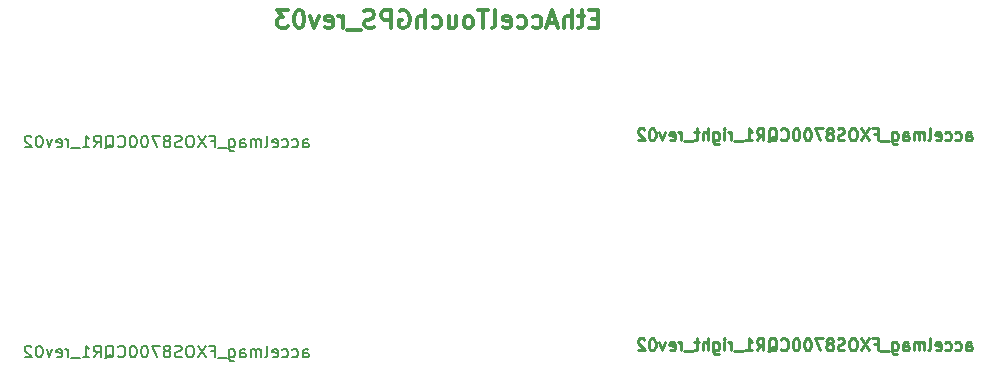
<source format=gbo>
G04 #@! TF.FileFunction,Legend,Bot*
%FSLAX46Y46*%
G04 Gerber Fmt 4.6, Leading zero omitted, Abs format (unit mm)*
G04 Created by KiCad (PCBNEW (2015-08-20 BZR 6109)-product) date Sat 26 Dec 2015 10:38:53 PM PST*
%MOMM*%
G01*
G04 APERTURE LIST*
%ADD10C,0.150000*%
%ADD11C,0.300000*%
%ADD12C,0.250000*%
G04 APERTURE END LIST*
D10*
D11*
X79160712Y-74217857D02*
X78660712Y-74217857D01*
X78446426Y-75003571D02*
X79160712Y-75003571D01*
X79160712Y-73503571D01*
X78446426Y-73503571D01*
X78017855Y-74003571D02*
X77446426Y-74003571D01*
X77803569Y-73503571D02*
X77803569Y-74789286D01*
X77732141Y-74932143D01*
X77589283Y-75003571D01*
X77446426Y-75003571D01*
X76946426Y-75003571D02*
X76946426Y-73503571D01*
X76303569Y-75003571D02*
X76303569Y-74217857D01*
X76374998Y-74075000D01*
X76517855Y-74003571D01*
X76732140Y-74003571D01*
X76874998Y-74075000D01*
X76946426Y-74146429D01*
X75660712Y-74575000D02*
X74946426Y-74575000D01*
X75803569Y-75003571D02*
X75303569Y-73503571D01*
X74803569Y-75003571D01*
X73660712Y-74932143D02*
X73803569Y-75003571D01*
X74089283Y-75003571D01*
X74232141Y-74932143D01*
X74303569Y-74860714D01*
X74374998Y-74717857D01*
X74374998Y-74289286D01*
X74303569Y-74146429D01*
X74232141Y-74075000D01*
X74089283Y-74003571D01*
X73803569Y-74003571D01*
X73660712Y-74075000D01*
X72374998Y-74932143D02*
X72517855Y-75003571D01*
X72803569Y-75003571D01*
X72946427Y-74932143D01*
X73017855Y-74860714D01*
X73089284Y-74717857D01*
X73089284Y-74289286D01*
X73017855Y-74146429D01*
X72946427Y-74075000D01*
X72803569Y-74003571D01*
X72517855Y-74003571D01*
X72374998Y-74075000D01*
X71160713Y-74932143D02*
X71303570Y-75003571D01*
X71589284Y-75003571D01*
X71732141Y-74932143D01*
X71803570Y-74789286D01*
X71803570Y-74217857D01*
X71732141Y-74075000D01*
X71589284Y-74003571D01*
X71303570Y-74003571D01*
X71160713Y-74075000D01*
X71089284Y-74217857D01*
X71089284Y-74360714D01*
X71803570Y-74503571D01*
X70232141Y-75003571D02*
X70374999Y-74932143D01*
X70446427Y-74789286D01*
X70446427Y-73503571D01*
X69874999Y-73503571D02*
X69017856Y-73503571D01*
X69446427Y-75003571D02*
X69446427Y-73503571D01*
X68303570Y-75003571D02*
X68446428Y-74932143D01*
X68517856Y-74860714D01*
X68589285Y-74717857D01*
X68589285Y-74289286D01*
X68517856Y-74146429D01*
X68446428Y-74075000D01*
X68303570Y-74003571D01*
X68089285Y-74003571D01*
X67946428Y-74075000D01*
X67874999Y-74146429D01*
X67803570Y-74289286D01*
X67803570Y-74717857D01*
X67874999Y-74860714D01*
X67946428Y-74932143D01*
X68089285Y-75003571D01*
X68303570Y-75003571D01*
X66517856Y-74003571D02*
X66517856Y-75003571D01*
X67160713Y-74003571D02*
X67160713Y-74789286D01*
X67089285Y-74932143D01*
X66946427Y-75003571D01*
X66732142Y-75003571D01*
X66589285Y-74932143D01*
X66517856Y-74860714D01*
X65160713Y-74932143D02*
X65303570Y-75003571D01*
X65589284Y-75003571D01*
X65732142Y-74932143D01*
X65803570Y-74860714D01*
X65874999Y-74717857D01*
X65874999Y-74289286D01*
X65803570Y-74146429D01*
X65732142Y-74075000D01*
X65589284Y-74003571D01*
X65303570Y-74003571D01*
X65160713Y-74075000D01*
X64517856Y-75003571D02*
X64517856Y-73503571D01*
X63874999Y-75003571D02*
X63874999Y-74217857D01*
X63946428Y-74075000D01*
X64089285Y-74003571D01*
X64303570Y-74003571D01*
X64446428Y-74075000D01*
X64517856Y-74146429D01*
X62374999Y-73575000D02*
X62517856Y-73503571D01*
X62732142Y-73503571D01*
X62946427Y-73575000D01*
X63089285Y-73717857D01*
X63160713Y-73860714D01*
X63232142Y-74146429D01*
X63232142Y-74360714D01*
X63160713Y-74646429D01*
X63089285Y-74789286D01*
X62946427Y-74932143D01*
X62732142Y-75003571D01*
X62589285Y-75003571D01*
X62374999Y-74932143D01*
X62303570Y-74860714D01*
X62303570Y-74360714D01*
X62589285Y-74360714D01*
X61660713Y-75003571D02*
X61660713Y-73503571D01*
X61089285Y-73503571D01*
X60946427Y-73575000D01*
X60874999Y-73646429D01*
X60803570Y-73789286D01*
X60803570Y-74003571D01*
X60874999Y-74146429D01*
X60946427Y-74217857D01*
X61089285Y-74289286D01*
X61660713Y-74289286D01*
X60232142Y-74932143D02*
X60017856Y-75003571D01*
X59660713Y-75003571D01*
X59517856Y-74932143D01*
X59446427Y-74860714D01*
X59374999Y-74717857D01*
X59374999Y-74575000D01*
X59446427Y-74432143D01*
X59517856Y-74360714D01*
X59660713Y-74289286D01*
X59946427Y-74217857D01*
X60089285Y-74146429D01*
X60160713Y-74075000D01*
X60232142Y-73932143D01*
X60232142Y-73789286D01*
X60160713Y-73646429D01*
X60089285Y-73575000D01*
X59946427Y-73503571D01*
X59589285Y-73503571D01*
X59374999Y-73575000D01*
X59089285Y-75146429D02*
X57946428Y-75146429D01*
X57589285Y-75003571D02*
X57589285Y-74003571D01*
X57589285Y-74289286D02*
X57517857Y-74146429D01*
X57446428Y-74075000D01*
X57303571Y-74003571D01*
X57160714Y-74003571D01*
X56089286Y-74932143D02*
X56232143Y-75003571D01*
X56517857Y-75003571D01*
X56660714Y-74932143D01*
X56732143Y-74789286D01*
X56732143Y-74217857D01*
X56660714Y-74075000D01*
X56517857Y-74003571D01*
X56232143Y-74003571D01*
X56089286Y-74075000D01*
X56017857Y-74217857D01*
X56017857Y-74360714D01*
X56732143Y-74503571D01*
X55517857Y-74003571D02*
X55160714Y-75003571D01*
X54803572Y-74003571D01*
X53946429Y-73503571D02*
X53803572Y-73503571D01*
X53660715Y-73575000D01*
X53589286Y-73646429D01*
X53517857Y-73789286D01*
X53446429Y-74075000D01*
X53446429Y-74432143D01*
X53517857Y-74717857D01*
X53589286Y-74860714D01*
X53660715Y-74932143D01*
X53803572Y-75003571D01*
X53946429Y-75003571D01*
X54089286Y-74932143D01*
X54160715Y-74860714D01*
X54232143Y-74717857D01*
X54303572Y-74432143D01*
X54303572Y-74075000D01*
X54232143Y-73789286D01*
X54160715Y-73646429D01*
X54089286Y-73575000D01*
X53946429Y-73503571D01*
X52946429Y-73503571D02*
X52017858Y-73503571D01*
X52517858Y-74075000D01*
X52303572Y-74075000D01*
X52160715Y-74146429D01*
X52089286Y-74217857D01*
X52017858Y-74360714D01*
X52017858Y-74717857D01*
X52089286Y-74860714D01*
X52160715Y-74932143D01*
X52303572Y-75003571D01*
X52732144Y-75003571D01*
X52875001Y-74932143D01*
X52946429Y-74860714D01*
D10*
X54197620Y-85102381D02*
X54197620Y-84578571D01*
X54245239Y-84483333D01*
X54340477Y-84435714D01*
X54530954Y-84435714D01*
X54626192Y-84483333D01*
X54197620Y-85054762D02*
X54292858Y-85102381D01*
X54530954Y-85102381D01*
X54626192Y-85054762D01*
X54673811Y-84959524D01*
X54673811Y-84864286D01*
X54626192Y-84769048D01*
X54530954Y-84721429D01*
X54292858Y-84721429D01*
X54197620Y-84673810D01*
X53292858Y-85054762D02*
X53388096Y-85102381D01*
X53578573Y-85102381D01*
X53673811Y-85054762D01*
X53721430Y-85007143D01*
X53769049Y-84911905D01*
X53769049Y-84626190D01*
X53721430Y-84530952D01*
X53673811Y-84483333D01*
X53578573Y-84435714D01*
X53388096Y-84435714D01*
X53292858Y-84483333D01*
X52435715Y-85054762D02*
X52530953Y-85102381D01*
X52721430Y-85102381D01*
X52816668Y-85054762D01*
X52864287Y-85007143D01*
X52911906Y-84911905D01*
X52911906Y-84626190D01*
X52864287Y-84530952D01*
X52816668Y-84483333D01*
X52721430Y-84435714D01*
X52530953Y-84435714D01*
X52435715Y-84483333D01*
X51626191Y-85054762D02*
X51721429Y-85102381D01*
X51911906Y-85102381D01*
X52007144Y-85054762D01*
X52054763Y-84959524D01*
X52054763Y-84578571D01*
X52007144Y-84483333D01*
X51911906Y-84435714D01*
X51721429Y-84435714D01*
X51626191Y-84483333D01*
X51578572Y-84578571D01*
X51578572Y-84673810D01*
X52054763Y-84769048D01*
X51007144Y-85102381D02*
X51102382Y-85054762D01*
X51150001Y-84959524D01*
X51150001Y-84102381D01*
X50626191Y-85102381D02*
X50626191Y-84435714D01*
X50626191Y-84530952D02*
X50578572Y-84483333D01*
X50483334Y-84435714D01*
X50340476Y-84435714D01*
X50245238Y-84483333D01*
X50197619Y-84578571D01*
X50197619Y-85102381D01*
X50197619Y-84578571D02*
X50150000Y-84483333D01*
X50054762Y-84435714D01*
X49911905Y-84435714D01*
X49816667Y-84483333D01*
X49769048Y-84578571D01*
X49769048Y-85102381D01*
X48864286Y-85102381D02*
X48864286Y-84578571D01*
X48911905Y-84483333D01*
X49007143Y-84435714D01*
X49197620Y-84435714D01*
X49292858Y-84483333D01*
X48864286Y-85054762D02*
X48959524Y-85102381D01*
X49197620Y-85102381D01*
X49292858Y-85054762D01*
X49340477Y-84959524D01*
X49340477Y-84864286D01*
X49292858Y-84769048D01*
X49197620Y-84721429D01*
X48959524Y-84721429D01*
X48864286Y-84673810D01*
X47959524Y-84435714D02*
X47959524Y-85245238D01*
X48007143Y-85340476D01*
X48054762Y-85388095D01*
X48150001Y-85435714D01*
X48292858Y-85435714D01*
X48388096Y-85388095D01*
X47959524Y-85054762D02*
X48054762Y-85102381D01*
X48245239Y-85102381D01*
X48340477Y-85054762D01*
X48388096Y-85007143D01*
X48435715Y-84911905D01*
X48435715Y-84626190D01*
X48388096Y-84530952D01*
X48340477Y-84483333D01*
X48245239Y-84435714D01*
X48054762Y-84435714D01*
X47959524Y-84483333D01*
X47721429Y-85197619D02*
X46959524Y-85197619D01*
X46388095Y-84578571D02*
X46721429Y-84578571D01*
X46721429Y-85102381D02*
X46721429Y-84102381D01*
X46245238Y-84102381D01*
X45959524Y-84102381D02*
X45292857Y-85102381D01*
X45292857Y-84102381D02*
X45959524Y-85102381D01*
X44721429Y-84102381D02*
X44530952Y-84102381D01*
X44435714Y-84150000D01*
X44340476Y-84245238D01*
X44292857Y-84435714D01*
X44292857Y-84769048D01*
X44340476Y-84959524D01*
X44435714Y-85054762D01*
X44530952Y-85102381D01*
X44721429Y-85102381D01*
X44816667Y-85054762D01*
X44911905Y-84959524D01*
X44959524Y-84769048D01*
X44959524Y-84435714D01*
X44911905Y-84245238D01*
X44816667Y-84150000D01*
X44721429Y-84102381D01*
X43911905Y-85054762D02*
X43769048Y-85102381D01*
X43530952Y-85102381D01*
X43435714Y-85054762D01*
X43388095Y-85007143D01*
X43340476Y-84911905D01*
X43340476Y-84816667D01*
X43388095Y-84721429D01*
X43435714Y-84673810D01*
X43530952Y-84626190D01*
X43721429Y-84578571D01*
X43816667Y-84530952D01*
X43864286Y-84483333D01*
X43911905Y-84388095D01*
X43911905Y-84292857D01*
X43864286Y-84197619D01*
X43816667Y-84150000D01*
X43721429Y-84102381D01*
X43483333Y-84102381D01*
X43340476Y-84150000D01*
X42769048Y-84530952D02*
X42864286Y-84483333D01*
X42911905Y-84435714D01*
X42959524Y-84340476D01*
X42959524Y-84292857D01*
X42911905Y-84197619D01*
X42864286Y-84150000D01*
X42769048Y-84102381D01*
X42578571Y-84102381D01*
X42483333Y-84150000D01*
X42435714Y-84197619D01*
X42388095Y-84292857D01*
X42388095Y-84340476D01*
X42435714Y-84435714D01*
X42483333Y-84483333D01*
X42578571Y-84530952D01*
X42769048Y-84530952D01*
X42864286Y-84578571D01*
X42911905Y-84626190D01*
X42959524Y-84721429D01*
X42959524Y-84911905D01*
X42911905Y-85007143D01*
X42864286Y-85054762D01*
X42769048Y-85102381D01*
X42578571Y-85102381D01*
X42483333Y-85054762D01*
X42435714Y-85007143D01*
X42388095Y-84911905D01*
X42388095Y-84721429D01*
X42435714Y-84626190D01*
X42483333Y-84578571D01*
X42578571Y-84530952D01*
X42054762Y-84102381D02*
X41388095Y-84102381D01*
X41816667Y-85102381D01*
X40816667Y-84102381D02*
X40721428Y-84102381D01*
X40626190Y-84150000D01*
X40578571Y-84197619D01*
X40530952Y-84292857D01*
X40483333Y-84483333D01*
X40483333Y-84721429D01*
X40530952Y-84911905D01*
X40578571Y-85007143D01*
X40626190Y-85054762D01*
X40721428Y-85102381D01*
X40816667Y-85102381D01*
X40911905Y-85054762D01*
X40959524Y-85007143D01*
X41007143Y-84911905D01*
X41054762Y-84721429D01*
X41054762Y-84483333D01*
X41007143Y-84292857D01*
X40959524Y-84197619D01*
X40911905Y-84150000D01*
X40816667Y-84102381D01*
X39864286Y-84102381D02*
X39769047Y-84102381D01*
X39673809Y-84150000D01*
X39626190Y-84197619D01*
X39578571Y-84292857D01*
X39530952Y-84483333D01*
X39530952Y-84721429D01*
X39578571Y-84911905D01*
X39626190Y-85007143D01*
X39673809Y-85054762D01*
X39769047Y-85102381D01*
X39864286Y-85102381D01*
X39959524Y-85054762D01*
X40007143Y-85007143D01*
X40054762Y-84911905D01*
X40102381Y-84721429D01*
X40102381Y-84483333D01*
X40054762Y-84292857D01*
X40007143Y-84197619D01*
X39959524Y-84150000D01*
X39864286Y-84102381D01*
X38530952Y-85007143D02*
X38578571Y-85054762D01*
X38721428Y-85102381D01*
X38816666Y-85102381D01*
X38959524Y-85054762D01*
X39054762Y-84959524D01*
X39102381Y-84864286D01*
X39150000Y-84673810D01*
X39150000Y-84530952D01*
X39102381Y-84340476D01*
X39054762Y-84245238D01*
X38959524Y-84150000D01*
X38816666Y-84102381D01*
X38721428Y-84102381D01*
X38578571Y-84150000D01*
X38530952Y-84197619D01*
X37435714Y-85197619D02*
X37530952Y-85150000D01*
X37626190Y-85054762D01*
X37769047Y-84911905D01*
X37864286Y-84864286D01*
X37959524Y-84864286D01*
X37911905Y-85102381D02*
X38007143Y-85054762D01*
X38102381Y-84959524D01*
X38150000Y-84769048D01*
X38150000Y-84435714D01*
X38102381Y-84245238D01*
X38007143Y-84150000D01*
X37911905Y-84102381D01*
X37721428Y-84102381D01*
X37626190Y-84150000D01*
X37530952Y-84245238D01*
X37483333Y-84435714D01*
X37483333Y-84769048D01*
X37530952Y-84959524D01*
X37626190Y-85054762D01*
X37721428Y-85102381D01*
X37911905Y-85102381D01*
X36483333Y-85102381D02*
X36816667Y-84626190D01*
X37054762Y-85102381D02*
X37054762Y-84102381D01*
X36673809Y-84102381D01*
X36578571Y-84150000D01*
X36530952Y-84197619D01*
X36483333Y-84292857D01*
X36483333Y-84435714D01*
X36530952Y-84530952D01*
X36578571Y-84578571D01*
X36673809Y-84626190D01*
X37054762Y-84626190D01*
X35530952Y-85102381D02*
X36102381Y-85102381D01*
X35816667Y-85102381D02*
X35816667Y-84102381D01*
X35911905Y-84245238D01*
X36007143Y-84340476D01*
X36102381Y-84388095D01*
X35340476Y-85197619D02*
X34578571Y-85197619D01*
X34340476Y-85102381D02*
X34340476Y-84435714D01*
X34340476Y-84626190D02*
X34292857Y-84530952D01*
X34245238Y-84483333D01*
X34150000Y-84435714D01*
X34054761Y-84435714D01*
X33340475Y-85054762D02*
X33435713Y-85102381D01*
X33626190Y-85102381D01*
X33721428Y-85054762D01*
X33769047Y-84959524D01*
X33769047Y-84578571D01*
X33721428Y-84483333D01*
X33626190Y-84435714D01*
X33435713Y-84435714D01*
X33340475Y-84483333D01*
X33292856Y-84578571D01*
X33292856Y-84673810D01*
X33769047Y-84769048D01*
X32959523Y-84435714D02*
X32721428Y-85102381D01*
X32483332Y-84435714D01*
X31911904Y-84102381D02*
X31816665Y-84102381D01*
X31721427Y-84150000D01*
X31673808Y-84197619D01*
X31626189Y-84292857D01*
X31578570Y-84483333D01*
X31578570Y-84721429D01*
X31626189Y-84911905D01*
X31673808Y-85007143D01*
X31721427Y-85054762D01*
X31816665Y-85102381D01*
X31911904Y-85102381D01*
X32007142Y-85054762D01*
X32054761Y-85007143D01*
X32102380Y-84911905D01*
X32149999Y-84721429D01*
X32149999Y-84483333D01*
X32102380Y-84292857D01*
X32054761Y-84197619D01*
X32007142Y-84150000D01*
X31911904Y-84102381D01*
X31197618Y-84197619D02*
X31149999Y-84150000D01*
X31054761Y-84102381D01*
X30816665Y-84102381D01*
X30721427Y-84150000D01*
X30673808Y-84197619D01*
X30626189Y-84292857D01*
X30626189Y-84388095D01*
X30673808Y-84530952D01*
X31245237Y-85102381D01*
X30626189Y-85102381D01*
X54197620Y-102882381D02*
X54197620Y-102358571D01*
X54245239Y-102263333D01*
X54340477Y-102215714D01*
X54530954Y-102215714D01*
X54626192Y-102263333D01*
X54197620Y-102834762D02*
X54292858Y-102882381D01*
X54530954Y-102882381D01*
X54626192Y-102834762D01*
X54673811Y-102739524D01*
X54673811Y-102644286D01*
X54626192Y-102549048D01*
X54530954Y-102501429D01*
X54292858Y-102501429D01*
X54197620Y-102453810D01*
X53292858Y-102834762D02*
X53388096Y-102882381D01*
X53578573Y-102882381D01*
X53673811Y-102834762D01*
X53721430Y-102787143D01*
X53769049Y-102691905D01*
X53769049Y-102406190D01*
X53721430Y-102310952D01*
X53673811Y-102263333D01*
X53578573Y-102215714D01*
X53388096Y-102215714D01*
X53292858Y-102263333D01*
X52435715Y-102834762D02*
X52530953Y-102882381D01*
X52721430Y-102882381D01*
X52816668Y-102834762D01*
X52864287Y-102787143D01*
X52911906Y-102691905D01*
X52911906Y-102406190D01*
X52864287Y-102310952D01*
X52816668Y-102263333D01*
X52721430Y-102215714D01*
X52530953Y-102215714D01*
X52435715Y-102263333D01*
X51626191Y-102834762D02*
X51721429Y-102882381D01*
X51911906Y-102882381D01*
X52007144Y-102834762D01*
X52054763Y-102739524D01*
X52054763Y-102358571D01*
X52007144Y-102263333D01*
X51911906Y-102215714D01*
X51721429Y-102215714D01*
X51626191Y-102263333D01*
X51578572Y-102358571D01*
X51578572Y-102453810D01*
X52054763Y-102549048D01*
X51007144Y-102882381D02*
X51102382Y-102834762D01*
X51150001Y-102739524D01*
X51150001Y-101882381D01*
X50626191Y-102882381D02*
X50626191Y-102215714D01*
X50626191Y-102310952D02*
X50578572Y-102263333D01*
X50483334Y-102215714D01*
X50340476Y-102215714D01*
X50245238Y-102263333D01*
X50197619Y-102358571D01*
X50197619Y-102882381D01*
X50197619Y-102358571D02*
X50150000Y-102263333D01*
X50054762Y-102215714D01*
X49911905Y-102215714D01*
X49816667Y-102263333D01*
X49769048Y-102358571D01*
X49769048Y-102882381D01*
X48864286Y-102882381D02*
X48864286Y-102358571D01*
X48911905Y-102263333D01*
X49007143Y-102215714D01*
X49197620Y-102215714D01*
X49292858Y-102263333D01*
X48864286Y-102834762D02*
X48959524Y-102882381D01*
X49197620Y-102882381D01*
X49292858Y-102834762D01*
X49340477Y-102739524D01*
X49340477Y-102644286D01*
X49292858Y-102549048D01*
X49197620Y-102501429D01*
X48959524Y-102501429D01*
X48864286Y-102453810D01*
X47959524Y-102215714D02*
X47959524Y-103025238D01*
X48007143Y-103120476D01*
X48054762Y-103168095D01*
X48150001Y-103215714D01*
X48292858Y-103215714D01*
X48388096Y-103168095D01*
X47959524Y-102834762D02*
X48054762Y-102882381D01*
X48245239Y-102882381D01*
X48340477Y-102834762D01*
X48388096Y-102787143D01*
X48435715Y-102691905D01*
X48435715Y-102406190D01*
X48388096Y-102310952D01*
X48340477Y-102263333D01*
X48245239Y-102215714D01*
X48054762Y-102215714D01*
X47959524Y-102263333D01*
X47721429Y-102977619D02*
X46959524Y-102977619D01*
X46388095Y-102358571D02*
X46721429Y-102358571D01*
X46721429Y-102882381D02*
X46721429Y-101882381D01*
X46245238Y-101882381D01*
X45959524Y-101882381D02*
X45292857Y-102882381D01*
X45292857Y-101882381D02*
X45959524Y-102882381D01*
X44721429Y-101882381D02*
X44530952Y-101882381D01*
X44435714Y-101930000D01*
X44340476Y-102025238D01*
X44292857Y-102215714D01*
X44292857Y-102549048D01*
X44340476Y-102739524D01*
X44435714Y-102834762D01*
X44530952Y-102882381D01*
X44721429Y-102882381D01*
X44816667Y-102834762D01*
X44911905Y-102739524D01*
X44959524Y-102549048D01*
X44959524Y-102215714D01*
X44911905Y-102025238D01*
X44816667Y-101930000D01*
X44721429Y-101882381D01*
X43911905Y-102834762D02*
X43769048Y-102882381D01*
X43530952Y-102882381D01*
X43435714Y-102834762D01*
X43388095Y-102787143D01*
X43340476Y-102691905D01*
X43340476Y-102596667D01*
X43388095Y-102501429D01*
X43435714Y-102453810D01*
X43530952Y-102406190D01*
X43721429Y-102358571D01*
X43816667Y-102310952D01*
X43864286Y-102263333D01*
X43911905Y-102168095D01*
X43911905Y-102072857D01*
X43864286Y-101977619D01*
X43816667Y-101930000D01*
X43721429Y-101882381D01*
X43483333Y-101882381D01*
X43340476Y-101930000D01*
X42769048Y-102310952D02*
X42864286Y-102263333D01*
X42911905Y-102215714D01*
X42959524Y-102120476D01*
X42959524Y-102072857D01*
X42911905Y-101977619D01*
X42864286Y-101930000D01*
X42769048Y-101882381D01*
X42578571Y-101882381D01*
X42483333Y-101930000D01*
X42435714Y-101977619D01*
X42388095Y-102072857D01*
X42388095Y-102120476D01*
X42435714Y-102215714D01*
X42483333Y-102263333D01*
X42578571Y-102310952D01*
X42769048Y-102310952D01*
X42864286Y-102358571D01*
X42911905Y-102406190D01*
X42959524Y-102501429D01*
X42959524Y-102691905D01*
X42911905Y-102787143D01*
X42864286Y-102834762D01*
X42769048Y-102882381D01*
X42578571Y-102882381D01*
X42483333Y-102834762D01*
X42435714Y-102787143D01*
X42388095Y-102691905D01*
X42388095Y-102501429D01*
X42435714Y-102406190D01*
X42483333Y-102358571D01*
X42578571Y-102310952D01*
X42054762Y-101882381D02*
X41388095Y-101882381D01*
X41816667Y-102882381D01*
X40816667Y-101882381D02*
X40721428Y-101882381D01*
X40626190Y-101930000D01*
X40578571Y-101977619D01*
X40530952Y-102072857D01*
X40483333Y-102263333D01*
X40483333Y-102501429D01*
X40530952Y-102691905D01*
X40578571Y-102787143D01*
X40626190Y-102834762D01*
X40721428Y-102882381D01*
X40816667Y-102882381D01*
X40911905Y-102834762D01*
X40959524Y-102787143D01*
X41007143Y-102691905D01*
X41054762Y-102501429D01*
X41054762Y-102263333D01*
X41007143Y-102072857D01*
X40959524Y-101977619D01*
X40911905Y-101930000D01*
X40816667Y-101882381D01*
X39864286Y-101882381D02*
X39769047Y-101882381D01*
X39673809Y-101930000D01*
X39626190Y-101977619D01*
X39578571Y-102072857D01*
X39530952Y-102263333D01*
X39530952Y-102501429D01*
X39578571Y-102691905D01*
X39626190Y-102787143D01*
X39673809Y-102834762D01*
X39769047Y-102882381D01*
X39864286Y-102882381D01*
X39959524Y-102834762D01*
X40007143Y-102787143D01*
X40054762Y-102691905D01*
X40102381Y-102501429D01*
X40102381Y-102263333D01*
X40054762Y-102072857D01*
X40007143Y-101977619D01*
X39959524Y-101930000D01*
X39864286Y-101882381D01*
X38530952Y-102787143D02*
X38578571Y-102834762D01*
X38721428Y-102882381D01*
X38816666Y-102882381D01*
X38959524Y-102834762D01*
X39054762Y-102739524D01*
X39102381Y-102644286D01*
X39150000Y-102453810D01*
X39150000Y-102310952D01*
X39102381Y-102120476D01*
X39054762Y-102025238D01*
X38959524Y-101930000D01*
X38816666Y-101882381D01*
X38721428Y-101882381D01*
X38578571Y-101930000D01*
X38530952Y-101977619D01*
X37435714Y-102977619D02*
X37530952Y-102930000D01*
X37626190Y-102834762D01*
X37769047Y-102691905D01*
X37864286Y-102644286D01*
X37959524Y-102644286D01*
X37911905Y-102882381D02*
X38007143Y-102834762D01*
X38102381Y-102739524D01*
X38150000Y-102549048D01*
X38150000Y-102215714D01*
X38102381Y-102025238D01*
X38007143Y-101930000D01*
X37911905Y-101882381D01*
X37721428Y-101882381D01*
X37626190Y-101930000D01*
X37530952Y-102025238D01*
X37483333Y-102215714D01*
X37483333Y-102549048D01*
X37530952Y-102739524D01*
X37626190Y-102834762D01*
X37721428Y-102882381D01*
X37911905Y-102882381D01*
X36483333Y-102882381D02*
X36816667Y-102406190D01*
X37054762Y-102882381D02*
X37054762Y-101882381D01*
X36673809Y-101882381D01*
X36578571Y-101930000D01*
X36530952Y-101977619D01*
X36483333Y-102072857D01*
X36483333Y-102215714D01*
X36530952Y-102310952D01*
X36578571Y-102358571D01*
X36673809Y-102406190D01*
X37054762Y-102406190D01*
X35530952Y-102882381D02*
X36102381Y-102882381D01*
X35816667Y-102882381D02*
X35816667Y-101882381D01*
X35911905Y-102025238D01*
X36007143Y-102120476D01*
X36102381Y-102168095D01*
X35340476Y-102977619D02*
X34578571Y-102977619D01*
X34340476Y-102882381D02*
X34340476Y-102215714D01*
X34340476Y-102406190D02*
X34292857Y-102310952D01*
X34245238Y-102263333D01*
X34150000Y-102215714D01*
X34054761Y-102215714D01*
X33340475Y-102834762D02*
X33435713Y-102882381D01*
X33626190Y-102882381D01*
X33721428Y-102834762D01*
X33769047Y-102739524D01*
X33769047Y-102358571D01*
X33721428Y-102263333D01*
X33626190Y-102215714D01*
X33435713Y-102215714D01*
X33340475Y-102263333D01*
X33292856Y-102358571D01*
X33292856Y-102453810D01*
X33769047Y-102549048D01*
X32959523Y-102215714D02*
X32721428Y-102882381D01*
X32483332Y-102215714D01*
X31911904Y-101882381D02*
X31816665Y-101882381D01*
X31721427Y-101930000D01*
X31673808Y-101977619D01*
X31626189Y-102072857D01*
X31578570Y-102263333D01*
X31578570Y-102501429D01*
X31626189Y-102691905D01*
X31673808Y-102787143D01*
X31721427Y-102834762D01*
X31816665Y-102882381D01*
X31911904Y-102882381D01*
X32007142Y-102834762D01*
X32054761Y-102787143D01*
X32102380Y-102691905D01*
X32149999Y-102501429D01*
X32149999Y-102263333D01*
X32102380Y-102072857D01*
X32054761Y-101977619D01*
X32007142Y-101930000D01*
X31911904Y-101882381D01*
X31197618Y-101977619D02*
X31149999Y-101930000D01*
X31054761Y-101882381D01*
X30816665Y-101882381D01*
X30721427Y-101930000D01*
X30673808Y-101977619D01*
X30626189Y-102072857D01*
X30626189Y-102168095D01*
X30673808Y-102310952D01*
X31245237Y-102882381D01*
X30626189Y-102882381D01*
D12*
X110326668Y-84502381D02*
X110326668Y-83978571D01*
X110374287Y-83883333D01*
X110469525Y-83835714D01*
X110660002Y-83835714D01*
X110755240Y-83883333D01*
X110326668Y-84454762D02*
X110421906Y-84502381D01*
X110660002Y-84502381D01*
X110755240Y-84454762D01*
X110802859Y-84359524D01*
X110802859Y-84264286D01*
X110755240Y-84169048D01*
X110660002Y-84121429D01*
X110421906Y-84121429D01*
X110326668Y-84073810D01*
X109421906Y-84454762D02*
X109517144Y-84502381D01*
X109707621Y-84502381D01*
X109802859Y-84454762D01*
X109850478Y-84407143D01*
X109898097Y-84311905D01*
X109898097Y-84026190D01*
X109850478Y-83930952D01*
X109802859Y-83883333D01*
X109707621Y-83835714D01*
X109517144Y-83835714D01*
X109421906Y-83883333D01*
X108564763Y-84454762D02*
X108660001Y-84502381D01*
X108850478Y-84502381D01*
X108945716Y-84454762D01*
X108993335Y-84407143D01*
X109040954Y-84311905D01*
X109040954Y-84026190D01*
X108993335Y-83930952D01*
X108945716Y-83883333D01*
X108850478Y-83835714D01*
X108660001Y-83835714D01*
X108564763Y-83883333D01*
X107755239Y-84454762D02*
X107850477Y-84502381D01*
X108040954Y-84502381D01*
X108136192Y-84454762D01*
X108183811Y-84359524D01*
X108183811Y-83978571D01*
X108136192Y-83883333D01*
X108040954Y-83835714D01*
X107850477Y-83835714D01*
X107755239Y-83883333D01*
X107707620Y-83978571D01*
X107707620Y-84073810D01*
X108183811Y-84169048D01*
X107136192Y-84502381D02*
X107231430Y-84454762D01*
X107279049Y-84359524D01*
X107279049Y-83502381D01*
X106755239Y-84502381D02*
X106755239Y-83835714D01*
X106755239Y-83930952D02*
X106707620Y-83883333D01*
X106612382Y-83835714D01*
X106469524Y-83835714D01*
X106374286Y-83883333D01*
X106326667Y-83978571D01*
X106326667Y-84502381D01*
X106326667Y-83978571D02*
X106279048Y-83883333D01*
X106183810Y-83835714D01*
X106040953Y-83835714D01*
X105945715Y-83883333D01*
X105898096Y-83978571D01*
X105898096Y-84502381D01*
X104993334Y-84502381D02*
X104993334Y-83978571D01*
X105040953Y-83883333D01*
X105136191Y-83835714D01*
X105326668Y-83835714D01*
X105421906Y-83883333D01*
X104993334Y-84454762D02*
X105088572Y-84502381D01*
X105326668Y-84502381D01*
X105421906Y-84454762D01*
X105469525Y-84359524D01*
X105469525Y-84264286D01*
X105421906Y-84169048D01*
X105326668Y-84121429D01*
X105088572Y-84121429D01*
X104993334Y-84073810D01*
X104088572Y-83835714D02*
X104088572Y-84645238D01*
X104136191Y-84740476D01*
X104183810Y-84788095D01*
X104279049Y-84835714D01*
X104421906Y-84835714D01*
X104517144Y-84788095D01*
X104088572Y-84454762D02*
X104183810Y-84502381D01*
X104374287Y-84502381D01*
X104469525Y-84454762D01*
X104517144Y-84407143D01*
X104564763Y-84311905D01*
X104564763Y-84026190D01*
X104517144Y-83930952D01*
X104469525Y-83883333D01*
X104374287Y-83835714D01*
X104183810Y-83835714D01*
X104088572Y-83883333D01*
X103850477Y-84597619D02*
X103088572Y-84597619D01*
X102517143Y-83978571D02*
X102850477Y-83978571D01*
X102850477Y-84502381D02*
X102850477Y-83502381D01*
X102374286Y-83502381D01*
X102088572Y-83502381D02*
X101421905Y-84502381D01*
X101421905Y-83502381D02*
X102088572Y-84502381D01*
X100850477Y-83502381D02*
X100660000Y-83502381D01*
X100564762Y-83550000D01*
X100469524Y-83645238D01*
X100421905Y-83835714D01*
X100421905Y-84169048D01*
X100469524Y-84359524D01*
X100564762Y-84454762D01*
X100660000Y-84502381D01*
X100850477Y-84502381D01*
X100945715Y-84454762D01*
X101040953Y-84359524D01*
X101088572Y-84169048D01*
X101088572Y-83835714D01*
X101040953Y-83645238D01*
X100945715Y-83550000D01*
X100850477Y-83502381D01*
X100040953Y-84454762D02*
X99898096Y-84502381D01*
X99660000Y-84502381D01*
X99564762Y-84454762D01*
X99517143Y-84407143D01*
X99469524Y-84311905D01*
X99469524Y-84216667D01*
X99517143Y-84121429D01*
X99564762Y-84073810D01*
X99660000Y-84026190D01*
X99850477Y-83978571D01*
X99945715Y-83930952D01*
X99993334Y-83883333D01*
X100040953Y-83788095D01*
X100040953Y-83692857D01*
X99993334Y-83597619D01*
X99945715Y-83550000D01*
X99850477Y-83502381D01*
X99612381Y-83502381D01*
X99469524Y-83550000D01*
X98898096Y-83930952D02*
X98993334Y-83883333D01*
X99040953Y-83835714D01*
X99088572Y-83740476D01*
X99088572Y-83692857D01*
X99040953Y-83597619D01*
X98993334Y-83550000D01*
X98898096Y-83502381D01*
X98707619Y-83502381D01*
X98612381Y-83550000D01*
X98564762Y-83597619D01*
X98517143Y-83692857D01*
X98517143Y-83740476D01*
X98564762Y-83835714D01*
X98612381Y-83883333D01*
X98707619Y-83930952D01*
X98898096Y-83930952D01*
X98993334Y-83978571D01*
X99040953Y-84026190D01*
X99088572Y-84121429D01*
X99088572Y-84311905D01*
X99040953Y-84407143D01*
X98993334Y-84454762D01*
X98898096Y-84502381D01*
X98707619Y-84502381D01*
X98612381Y-84454762D01*
X98564762Y-84407143D01*
X98517143Y-84311905D01*
X98517143Y-84121429D01*
X98564762Y-84026190D01*
X98612381Y-83978571D01*
X98707619Y-83930952D01*
X98183810Y-83502381D02*
X97517143Y-83502381D01*
X97945715Y-84502381D01*
X96945715Y-83502381D02*
X96850476Y-83502381D01*
X96755238Y-83550000D01*
X96707619Y-83597619D01*
X96660000Y-83692857D01*
X96612381Y-83883333D01*
X96612381Y-84121429D01*
X96660000Y-84311905D01*
X96707619Y-84407143D01*
X96755238Y-84454762D01*
X96850476Y-84502381D01*
X96945715Y-84502381D01*
X97040953Y-84454762D01*
X97088572Y-84407143D01*
X97136191Y-84311905D01*
X97183810Y-84121429D01*
X97183810Y-83883333D01*
X97136191Y-83692857D01*
X97088572Y-83597619D01*
X97040953Y-83550000D01*
X96945715Y-83502381D01*
X95993334Y-83502381D02*
X95898095Y-83502381D01*
X95802857Y-83550000D01*
X95755238Y-83597619D01*
X95707619Y-83692857D01*
X95660000Y-83883333D01*
X95660000Y-84121429D01*
X95707619Y-84311905D01*
X95755238Y-84407143D01*
X95802857Y-84454762D01*
X95898095Y-84502381D01*
X95993334Y-84502381D01*
X96088572Y-84454762D01*
X96136191Y-84407143D01*
X96183810Y-84311905D01*
X96231429Y-84121429D01*
X96231429Y-83883333D01*
X96183810Y-83692857D01*
X96136191Y-83597619D01*
X96088572Y-83550000D01*
X95993334Y-83502381D01*
X94660000Y-84407143D02*
X94707619Y-84454762D01*
X94850476Y-84502381D01*
X94945714Y-84502381D01*
X95088572Y-84454762D01*
X95183810Y-84359524D01*
X95231429Y-84264286D01*
X95279048Y-84073810D01*
X95279048Y-83930952D01*
X95231429Y-83740476D01*
X95183810Y-83645238D01*
X95088572Y-83550000D01*
X94945714Y-83502381D01*
X94850476Y-83502381D01*
X94707619Y-83550000D01*
X94660000Y-83597619D01*
X93564762Y-84597619D02*
X93660000Y-84550000D01*
X93755238Y-84454762D01*
X93898095Y-84311905D01*
X93993334Y-84264286D01*
X94088572Y-84264286D01*
X94040953Y-84502381D02*
X94136191Y-84454762D01*
X94231429Y-84359524D01*
X94279048Y-84169048D01*
X94279048Y-83835714D01*
X94231429Y-83645238D01*
X94136191Y-83550000D01*
X94040953Y-83502381D01*
X93850476Y-83502381D01*
X93755238Y-83550000D01*
X93660000Y-83645238D01*
X93612381Y-83835714D01*
X93612381Y-84169048D01*
X93660000Y-84359524D01*
X93755238Y-84454762D01*
X93850476Y-84502381D01*
X94040953Y-84502381D01*
X92612381Y-84502381D02*
X92945715Y-84026190D01*
X93183810Y-84502381D02*
X93183810Y-83502381D01*
X92802857Y-83502381D01*
X92707619Y-83550000D01*
X92660000Y-83597619D01*
X92612381Y-83692857D01*
X92612381Y-83835714D01*
X92660000Y-83930952D01*
X92707619Y-83978571D01*
X92802857Y-84026190D01*
X93183810Y-84026190D01*
X91660000Y-84502381D02*
X92231429Y-84502381D01*
X91945715Y-84502381D02*
X91945715Y-83502381D01*
X92040953Y-83645238D01*
X92136191Y-83740476D01*
X92231429Y-83788095D01*
X91469524Y-84597619D02*
X90707619Y-84597619D01*
X90469524Y-84502381D02*
X90469524Y-83835714D01*
X90469524Y-84026190D02*
X90421905Y-83930952D01*
X90374286Y-83883333D01*
X90279048Y-83835714D01*
X90183809Y-83835714D01*
X89850476Y-84502381D02*
X89850476Y-83835714D01*
X89850476Y-83502381D02*
X89898095Y-83550000D01*
X89850476Y-83597619D01*
X89802857Y-83550000D01*
X89850476Y-83502381D01*
X89850476Y-83597619D01*
X88945714Y-83835714D02*
X88945714Y-84645238D01*
X88993333Y-84740476D01*
X89040952Y-84788095D01*
X89136191Y-84835714D01*
X89279048Y-84835714D01*
X89374286Y-84788095D01*
X88945714Y-84454762D02*
X89040952Y-84502381D01*
X89231429Y-84502381D01*
X89326667Y-84454762D01*
X89374286Y-84407143D01*
X89421905Y-84311905D01*
X89421905Y-84026190D01*
X89374286Y-83930952D01*
X89326667Y-83883333D01*
X89231429Y-83835714D01*
X89040952Y-83835714D01*
X88945714Y-83883333D01*
X88469524Y-84502381D02*
X88469524Y-83502381D01*
X88040952Y-84502381D02*
X88040952Y-83978571D01*
X88088571Y-83883333D01*
X88183809Y-83835714D01*
X88326667Y-83835714D01*
X88421905Y-83883333D01*
X88469524Y-83930952D01*
X87707619Y-83835714D02*
X87326667Y-83835714D01*
X87564762Y-83502381D02*
X87564762Y-84359524D01*
X87517143Y-84454762D01*
X87421905Y-84502381D01*
X87326667Y-84502381D01*
X87231428Y-84597619D02*
X86469523Y-84597619D01*
X86231428Y-84502381D02*
X86231428Y-83835714D01*
X86231428Y-84026190D02*
X86183809Y-83930952D01*
X86136190Y-83883333D01*
X86040952Y-83835714D01*
X85945713Y-83835714D01*
X85231427Y-84454762D02*
X85326665Y-84502381D01*
X85517142Y-84502381D01*
X85612380Y-84454762D01*
X85659999Y-84359524D01*
X85659999Y-83978571D01*
X85612380Y-83883333D01*
X85517142Y-83835714D01*
X85326665Y-83835714D01*
X85231427Y-83883333D01*
X85183808Y-83978571D01*
X85183808Y-84073810D01*
X85659999Y-84169048D01*
X84850475Y-83835714D02*
X84612380Y-84502381D01*
X84374284Y-83835714D01*
X83802856Y-83502381D02*
X83707617Y-83502381D01*
X83612379Y-83550000D01*
X83564760Y-83597619D01*
X83517141Y-83692857D01*
X83469522Y-83883333D01*
X83469522Y-84121429D01*
X83517141Y-84311905D01*
X83564760Y-84407143D01*
X83612379Y-84454762D01*
X83707617Y-84502381D01*
X83802856Y-84502381D01*
X83898094Y-84454762D01*
X83945713Y-84407143D01*
X83993332Y-84311905D01*
X84040951Y-84121429D01*
X84040951Y-83883333D01*
X83993332Y-83692857D01*
X83945713Y-83597619D01*
X83898094Y-83550000D01*
X83802856Y-83502381D01*
X83088570Y-83597619D02*
X83040951Y-83550000D01*
X82945713Y-83502381D01*
X82707617Y-83502381D01*
X82612379Y-83550000D01*
X82564760Y-83597619D01*
X82517141Y-83692857D01*
X82517141Y-83788095D01*
X82564760Y-83930952D01*
X83136189Y-84502381D01*
X82517141Y-84502381D01*
X110326668Y-102282381D02*
X110326668Y-101758571D01*
X110374287Y-101663333D01*
X110469525Y-101615714D01*
X110660002Y-101615714D01*
X110755240Y-101663333D01*
X110326668Y-102234762D02*
X110421906Y-102282381D01*
X110660002Y-102282381D01*
X110755240Y-102234762D01*
X110802859Y-102139524D01*
X110802859Y-102044286D01*
X110755240Y-101949048D01*
X110660002Y-101901429D01*
X110421906Y-101901429D01*
X110326668Y-101853810D01*
X109421906Y-102234762D02*
X109517144Y-102282381D01*
X109707621Y-102282381D01*
X109802859Y-102234762D01*
X109850478Y-102187143D01*
X109898097Y-102091905D01*
X109898097Y-101806190D01*
X109850478Y-101710952D01*
X109802859Y-101663333D01*
X109707621Y-101615714D01*
X109517144Y-101615714D01*
X109421906Y-101663333D01*
X108564763Y-102234762D02*
X108660001Y-102282381D01*
X108850478Y-102282381D01*
X108945716Y-102234762D01*
X108993335Y-102187143D01*
X109040954Y-102091905D01*
X109040954Y-101806190D01*
X108993335Y-101710952D01*
X108945716Y-101663333D01*
X108850478Y-101615714D01*
X108660001Y-101615714D01*
X108564763Y-101663333D01*
X107755239Y-102234762D02*
X107850477Y-102282381D01*
X108040954Y-102282381D01*
X108136192Y-102234762D01*
X108183811Y-102139524D01*
X108183811Y-101758571D01*
X108136192Y-101663333D01*
X108040954Y-101615714D01*
X107850477Y-101615714D01*
X107755239Y-101663333D01*
X107707620Y-101758571D01*
X107707620Y-101853810D01*
X108183811Y-101949048D01*
X107136192Y-102282381D02*
X107231430Y-102234762D01*
X107279049Y-102139524D01*
X107279049Y-101282381D01*
X106755239Y-102282381D02*
X106755239Y-101615714D01*
X106755239Y-101710952D02*
X106707620Y-101663333D01*
X106612382Y-101615714D01*
X106469524Y-101615714D01*
X106374286Y-101663333D01*
X106326667Y-101758571D01*
X106326667Y-102282381D01*
X106326667Y-101758571D02*
X106279048Y-101663333D01*
X106183810Y-101615714D01*
X106040953Y-101615714D01*
X105945715Y-101663333D01*
X105898096Y-101758571D01*
X105898096Y-102282381D01*
X104993334Y-102282381D02*
X104993334Y-101758571D01*
X105040953Y-101663333D01*
X105136191Y-101615714D01*
X105326668Y-101615714D01*
X105421906Y-101663333D01*
X104993334Y-102234762D02*
X105088572Y-102282381D01*
X105326668Y-102282381D01*
X105421906Y-102234762D01*
X105469525Y-102139524D01*
X105469525Y-102044286D01*
X105421906Y-101949048D01*
X105326668Y-101901429D01*
X105088572Y-101901429D01*
X104993334Y-101853810D01*
X104088572Y-101615714D02*
X104088572Y-102425238D01*
X104136191Y-102520476D01*
X104183810Y-102568095D01*
X104279049Y-102615714D01*
X104421906Y-102615714D01*
X104517144Y-102568095D01*
X104088572Y-102234762D02*
X104183810Y-102282381D01*
X104374287Y-102282381D01*
X104469525Y-102234762D01*
X104517144Y-102187143D01*
X104564763Y-102091905D01*
X104564763Y-101806190D01*
X104517144Y-101710952D01*
X104469525Y-101663333D01*
X104374287Y-101615714D01*
X104183810Y-101615714D01*
X104088572Y-101663333D01*
X103850477Y-102377619D02*
X103088572Y-102377619D01*
X102517143Y-101758571D02*
X102850477Y-101758571D01*
X102850477Y-102282381D02*
X102850477Y-101282381D01*
X102374286Y-101282381D01*
X102088572Y-101282381D02*
X101421905Y-102282381D01*
X101421905Y-101282381D02*
X102088572Y-102282381D01*
X100850477Y-101282381D02*
X100660000Y-101282381D01*
X100564762Y-101330000D01*
X100469524Y-101425238D01*
X100421905Y-101615714D01*
X100421905Y-101949048D01*
X100469524Y-102139524D01*
X100564762Y-102234762D01*
X100660000Y-102282381D01*
X100850477Y-102282381D01*
X100945715Y-102234762D01*
X101040953Y-102139524D01*
X101088572Y-101949048D01*
X101088572Y-101615714D01*
X101040953Y-101425238D01*
X100945715Y-101330000D01*
X100850477Y-101282381D01*
X100040953Y-102234762D02*
X99898096Y-102282381D01*
X99660000Y-102282381D01*
X99564762Y-102234762D01*
X99517143Y-102187143D01*
X99469524Y-102091905D01*
X99469524Y-101996667D01*
X99517143Y-101901429D01*
X99564762Y-101853810D01*
X99660000Y-101806190D01*
X99850477Y-101758571D01*
X99945715Y-101710952D01*
X99993334Y-101663333D01*
X100040953Y-101568095D01*
X100040953Y-101472857D01*
X99993334Y-101377619D01*
X99945715Y-101330000D01*
X99850477Y-101282381D01*
X99612381Y-101282381D01*
X99469524Y-101330000D01*
X98898096Y-101710952D02*
X98993334Y-101663333D01*
X99040953Y-101615714D01*
X99088572Y-101520476D01*
X99088572Y-101472857D01*
X99040953Y-101377619D01*
X98993334Y-101330000D01*
X98898096Y-101282381D01*
X98707619Y-101282381D01*
X98612381Y-101330000D01*
X98564762Y-101377619D01*
X98517143Y-101472857D01*
X98517143Y-101520476D01*
X98564762Y-101615714D01*
X98612381Y-101663333D01*
X98707619Y-101710952D01*
X98898096Y-101710952D01*
X98993334Y-101758571D01*
X99040953Y-101806190D01*
X99088572Y-101901429D01*
X99088572Y-102091905D01*
X99040953Y-102187143D01*
X98993334Y-102234762D01*
X98898096Y-102282381D01*
X98707619Y-102282381D01*
X98612381Y-102234762D01*
X98564762Y-102187143D01*
X98517143Y-102091905D01*
X98517143Y-101901429D01*
X98564762Y-101806190D01*
X98612381Y-101758571D01*
X98707619Y-101710952D01*
X98183810Y-101282381D02*
X97517143Y-101282381D01*
X97945715Y-102282381D01*
X96945715Y-101282381D02*
X96850476Y-101282381D01*
X96755238Y-101330000D01*
X96707619Y-101377619D01*
X96660000Y-101472857D01*
X96612381Y-101663333D01*
X96612381Y-101901429D01*
X96660000Y-102091905D01*
X96707619Y-102187143D01*
X96755238Y-102234762D01*
X96850476Y-102282381D01*
X96945715Y-102282381D01*
X97040953Y-102234762D01*
X97088572Y-102187143D01*
X97136191Y-102091905D01*
X97183810Y-101901429D01*
X97183810Y-101663333D01*
X97136191Y-101472857D01*
X97088572Y-101377619D01*
X97040953Y-101330000D01*
X96945715Y-101282381D01*
X95993334Y-101282381D02*
X95898095Y-101282381D01*
X95802857Y-101330000D01*
X95755238Y-101377619D01*
X95707619Y-101472857D01*
X95660000Y-101663333D01*
X95660000Y-101901429D01*
X95707619Y-102091905D01*
X95755238Y-102187143D01*
X95802857Y-102234762D01*
X95898095Y-102282381D01*
X95993334Y-102282381D01*
X96088572Y-102234762D01*
X96136191Y-102187143D01*
X96183810Y-102091905D01*
X96231429Y-101901429D01*
X96231429Y-101663333D01*
X96183810Y-101472857D01*
X96136191Y-101377619D01*
X96088572Y-101330000D01*
X95993334Y-101282381D01*
X94660000Y-102187143D02*
X94707619Y-102234762D01*
X94850476Y-102282381D01*
X94945714Y-102282381D01*
X95088572Y-102234762D01*
X95183810Y-102139524D01*
X95231429Y-102044286D01*
X95279048Y-101853810D01*
X95279048Y-101710952D01*
X95231429Y-101520476D01*
X95183810Y-101425238D01*
X95088572Y-101330000D01*
X94945714Y-101282381D01*
X94850476Y-101282381D01*
X94707619Y-101330000D01*
X94660000Y-101377619D01*
X93564762Y-102377619D02*
X93660000Y-102330000D01*
X93755238Y-102234762D01*
X93898095Y-102091905D01*
X93993334Y-102044286D01*
X94088572Y-102044286D01*
X94040953Y-102282381D02*
X94136191Y-102234762D01*
X94231429Y-102139524D01*
X94279048Y-101949048D01*
X94279048Y-101615714D01*
X94231429Y-101425238D01*
X94136191Y-101330000D01*
X94040953Y-101282381D01*
X93850476Y-101282381D01*
X93755238Y-101330000D01*
X93660000Y-101425238D01*
X93612381Y-101615714D01*
X93612381Y-101949048D01*
X93660000Y-102139524D01*
X93755238Y-102234762D01*
X93850476Y-102282381D01*
X94040953Y-102282381D01*
X92612381Y-102282381D02*
X92945715Y-101806190D01*
X93183810Y-102282381D02*
X93183810Y-101282381D01*
X92802857Y-101282381D01*
X92707619Y-101330000D01*
X92660000Y-101377619D01*
X92612381Y-101472857D01*
X92612381Y-101615714D01*
X92660000Y-101710952D01*
X92707619Y-101758571D01*
X92802857Y-101806190D01*
X93183810Y-101806190D01*
X91660000Y-102282381D02*
X92231429Y-102282381D01*
X91945715Y-102282381D02*
X91945715Y-101282381D01*
X92040953Y-101425238D01*
X92136191Y-101520476D01*
X92231429Y-101568095D01*
X91469524Y-102377619D02*
X90707619Y-102377619D01*
X90469524Y-102282381D02*
X90469524Y-101615714D01*
X90469524Y-101806190D02*
X90421905Y-101710952D01*
X90374286Y-101663333D01*
X90279048Y-101615714D01*
X90183809Y-101615714D01*
X89850476Y-102282381D02*
X89850476Y-101615714D01*
X89850476Y-101282381D02*
X89898095Y-101330000D01*
X89850476Y-101377619D01*
X89802857Y-101330000D01*
X89850476Y-101282381D01*
X89850476Y-101377619D01*
X88945714Y-101615714D02*
X88945714Y-102425238D01*
X88993333Y-102520476D01*
X89040952Y-102568095D01*
X89136191Y-102615714D01*
X89279048Y-102615714D01*
X89374286Y-102568095D01*
X88945714Y-102234762D02*
X89040952Y-102282381D01*
X89231429Y-102282381D01*
X89326667Y-102234762D01*
X89374286Y-102187143D01*
X89421905Y-102091905D01*
X89421905Y-101806190D01*
X89374286Y-101710952D01*
X89326667Y-101663333D01*
X89231429Y-101615714D01*
X89040952Y-101615714D01*
X88945714Y-101663333D01*
X88469524Y-102282381D02*
X88469524Y-101282381D01*
X88040952Y-102282381D02*
X88040952Y-101758571D01*
X88088571Y-101663333D01*
X88183809Y-101615714D01*
X88326667Y-101615714D01*
X88421905Y-101663333D01*
X88469524Y-101710952D01*
X87707619Y-101615714D02*
X87326667Y-101615714D01*
X87564762Y-101282381D02*
X87564762Y-102139524D01*
X87517143Y-102234762D01*
X87421905Y-102282381D01*
X87326667Y-102282381D01*
X87231428Y-102377619D02*
X86469523Y-102377619D01*
X86231428Y-102282381D02*
X86231428Y-101615714D01*
X86231428Y-101806190D02*
X86183809Y-101710952D01*
X86136190Y-101663333D01*
X86040952Y-101615714D01*
X85945713Y-101615714D01*
X85231427Y-102234762D02*
X85326665Y-102282381D01*
X85517142Y-102282381D01*
X85612380Y-102234762D01*
X85659999Y-102139524D01*
X85659999Y-101758571D01*
X85612380Y-101663333D01*
X85517142Y-101615714D01*
X85326665Y-101615714D01*
X85231427Y-101663333D01*
X85183808Y-101758571D01*
X85183808Y-101853810D01*
X85659999Y-101949048D01*
X84850475Y-101615714D02*
X84612380Y-102282381D01*
X84374284Y-101615714D01*
X83802856Y-101282381D02*
X83707617Y-101282381D01*
X83612379Y-101330000D01*
X83564760Y-101377619D01*
X83517141Y-101472857D01*
X83469522Y-101663333D01*
X83469522Y-101901429D01*
X83517141Y-102091905D01*
X83564760Y-102187143D01*
X83612379Y-102234762D01*
X83707617Y-102282381D01*
X83802856Y-102282381D01*
X83898094Y-102234762D01*
X83945713Y-102187143D01*
X83993332Y-102091905D01*
X84040951Y-101901429D01*
X84040951Y-101663333D01*
X83993332Y-101472857D01*
X83945713Y-101377619D01*
X83898094Y-101330000D01*
X83802856Y-101282381D01*
X83088570Y-101377619D02*
X83040951Y-101330000D01*
X82945713Y-101282381D01*
X82707617Y-101282381D01*
X82612379Y-101330000D01*
X82564760Y-101377619D01*
X82517141Y-101472857D01*
X82517141Y-101568095D01*
X82564760Y-101710952D01*
X83136189Y-102282381D01*
X82517141Y-102282381D01*
M02*

</source>
